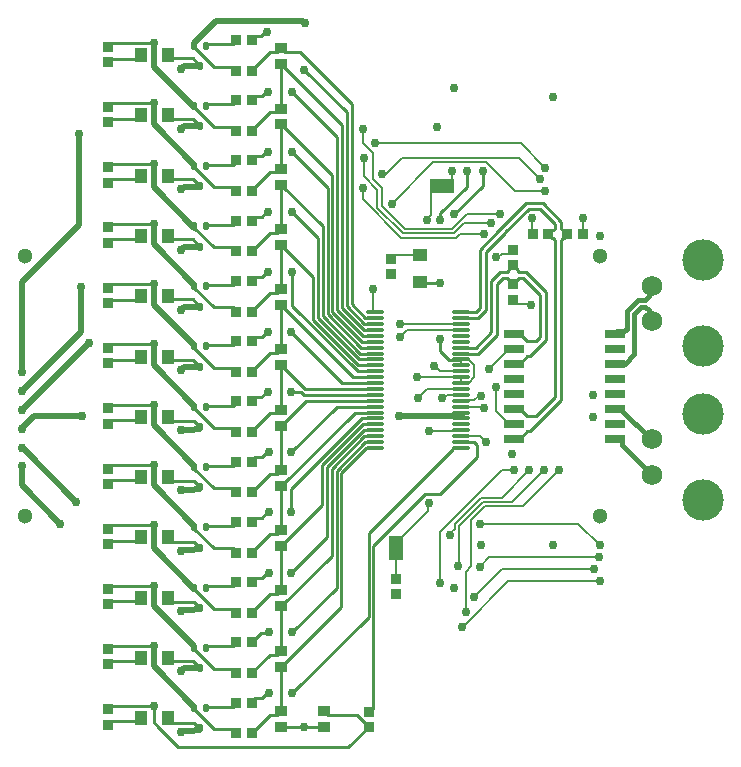
<source format=gtl>
%FSLAX23Y23*%
%MOIN*%
%SFA1B1*%

%IPPOS*%
%AMD26*
4,1,8,0.004900,0.014800,-0.004900,0.014800,-0.009800,0.009800,-0.009800,-0.009800,-0.004900,-0.014800,0.004900,-0.014800,0.009800,-0.009800,0.009800,0.009800,0.004900,0.014800,0.0*
1,1,0.009840,0.004900,0.009800*
1,1,0.009840,-0.004900,0.009800*
1,1,0.009840,-0.004900,-0.009800*
1,1,0.009840,0.004900,-0.009800*
%
%ADD16C,0.010000*%
%ADD17R,0.033470X0.037400*%
%ADD18R,0.037400X0.033470*%
%ADD19R,0.065750X0.029920*%
%ADD20R,0.080710X0.045280*%
%ADD21R,0.051180X0.043310*%
%ADD22O,0.062990X0.013390*%
%ADD23R,0.045280X0.080710*%
%ADD24R,0.039370X0.035430*%
%ADD25R,0.043310X0.051180*%
G04~CAMADD=26~8~0.0~0.0~196.8~295.3~49.2~0.0~15~0.0~0.0~0.0~0.0~0~0.0~0.0~0.0~0.0~0~0.0~0.0~0.0~0.0~196.8~295.3*
%ADD26D26*%
%ADD41C,0.008000*%
%ADD42C,0.020000*%
%ADD43C,0.015000*%
%ADD44C,0.051180*%
%ADD45C,0.137800*%
%ADD46C,0.068900*%
%ADD47C,0.030000*%
%LNbms-1*%
%LPD*%
G54D16*
X900Y2321D02*
Y2332D01*
Y1518D02*
Y1529D01*
Y313D02*
Y324D01*
X1124Y143D02*
X1125Y144D01*
X1123D02*
X1124Y143D01*
X900Y1920D02*
Y1930D01*
Y1117D02*
Y1127D01*
X706Y75D02*
X1272D01*
X639Y143D02*
X706Y75D01*
X639Y143D02*
Y143D01*
X624Y158D02*
X639Y143D01*
X1272Y75D02*
X1340Y143D01*
X759Y2414D02*
Y2419D01*
Y2410D02*
Y2414D01*
X1608Y1367D02*
X1647D01*
X1578Y1396D02*
X1608Y1367D01*
X1578Y1396D02*
Y1436D01*
X1821Y1682D02*
X1823D01*
X1819D02*
X1821D01*
X1869Y1380D02*
X1877D01*
X1869Y1428D02*
X1897D01*
X1911Y1442*
X1821Y1618D02*
X1823D01*
X1819D02*
X1821D01*
X2002Y1785D02*
Y1787D01*
Y1783D02*
Y1785D01*
X1868Y1130D02*
X1877D01*
X1868Y1178D02*
X1897D01*
X1961Y1242*
Y1765*
X1939Y1785D02*
Y1787D01*
Y1783D02*
Y1785D01*
X1868Y1178D02*
Y1178D01*
X1843Y1204D02*
X1868Y1178D01*
X1544Y919D02*
X1577D01*
X1701Y1043*
Y1082*
X1691Y1092D02*
X1701Y1082D01*
X1647Y1092D02*
X1691D01*
X1647Y1092D02*
X1647Y1092D01*
X1529Y919D02*
X1544D01*
X1329Y1506D02*
X1359D01*
X1283Y1552D02*
X1329Y1506D01*
X1283Y1552D02*
Y2219D01*
X1326Y1486D02*
X1359D01*
X1267Y1545D02*
X1326Y1486D01*
X1267Y1545D02*
Y2193D01*
X1324Y1466D02*
X1332D01*
X1251Y1539D02*
X1324Y1466D01*
X1251Y1539D02*
Y2150D01*
X1321Y1446D02*
X1332D01*
X1235Y1532D02*
X1321Y1446D01*
X1235Y1532D02*
Y2109D01*
X1318Y1427D02*
X1332D01*
X1219Y1525D02*
X1318Y1427D01*
X1219Y1525D02*
Y1981D01*
X1315Y1407D02*
X1332D01*
X1203Y1519D02*
X1315Y1407D01*
X1203Y1519D02*
Y1940D01*
X1312Y1387D02*
X1332D01*
X1187Y1512D02*
X1312Y1387D01*
X1187Y1512D02*
Y1812D01*
X1309Y1368D02*
X1332D01*
X1171Y1506D02*
X1309Y1368D01*
X1171Y1506D02*
Y1771D01*
X1306Y1348D02*
X1332D01*
X1155Y1499D02*
X1306Y1348D01*
X1155Y1499D02*
Y1644D01*
X1303Y1328D02*
X1332D01*
X1084Y1547D02*
X1303Y1328D01*
X1084Y1547D02*
Y1659D01*
X1669Y1944D02*
Y1996D01*
X1579Y1855D02*
X1669Y1944D01*
X1579Y1831D02*
Y1855D01*
X1217Y712D02*
Y1002D01*
X1323Y1131D02*
X1332D01*
X1185Y1016D02*
X1320Y1151D01*
X1049Y1750D02*
X1155Y1644D01*
X1779Y1660D02*
X1802D01*
X754Y1568D02*
X769Y1553D01*
X754Y1769D02*
X769Y1754D01*
X754Y2170D02*
X769Y2155D01*
X754Y2371D02*
X769Y2356D01*
X754Y1969D02*
X769Y1955D01*
X754Y1367D02*
X769Y1352D01*
X900Y715D02*
Y725D01*
X759Y1161D02*
X769Y1151D01*
X754Y363D02*
X769Y348D01*
X1004Y456D02*
X1007Y460D01*
X759Y961D02*
X769Y951D01*
X1002Y1059D02*
X1007D01*
X984Y1041D02*
X1002Y1059D01*
X962Y1041D02*
X984D01*
X1002Y858D02*
X1007D01*
X984Y840D02*
X1002Y858D01*
X962Y840D02*
X984D01*
X1000Y1259D02*
X1005D01*
X982Y1242D02*
X1000Y1259D01*
X1002Y255D02*
X1007D01*
X984Y238D02*
X1002Y255D01*
X962Y238D02*
X984D01*
X759Y760D02*
X769Y750D01*
X1825Y1454D02*
X1843D01*
X1869Y1428*
X1825Y1354D02*
X1843D01*
X1869Y1380*
X1877D02*
X1931Y1434D01*
X1788Y1640D02*
X1802D01*
X1808Y1670D02*
X1819Y1682D01*
X1808Y1665D02*
Y1670D01*
X1577Y1437D02*
X1578Y1436D01*
X1000Y1458D02*
X1005D01*
X984Y1442D02*
X1000Y1458D01*
X962Y1442D02*
X984D01*
X1000Y1659D02*
X1005D01*
X984Y1643D02*
X1000Y1659D01*
X962Y1643D02*
X984D01*
X998Y1858D02*
X1003D01*
X984Y1844D02*
X998Y1858D01*
X962Y1844D02*
X984D01*
X998Y2059D02*
X1003D01*
X984Y2045D02*
X998Y2059D01*
X962Y2045D02*
X984D01*
X759Y559D02*
X769Y549D01*
X998Y2259D02*
X1003D01*
X984Y2245D02*
X998Y2259D01*
X962Y2245D02*
X984D01*
X1002Y657D02*
X1007D01*
X984Y639D02*
X1002Y657D01*
X962Y639D02*
X984D01*
X759Y157D02*
X769Y147D01*
X1048Y144D02*
X1123D01*
X1125D02*
X1190D01*
X1201Y1009D02*
X1323Y1131D01*
X1201Y776D02*
Y1009D01*
X1082Y657D02*
X1201Y776D01*
X1049Y746D02*
X1185Y881D01*
Y1016*
X1049Y1549D02*
X1289Y1309D01*
X1332*
X1359Y1506D02*
X1360Y1505D01*
X1697Y1525D02*
X1712Y1540D01*
X1647Y1505D02*
X1705D01*
X1647Y1525D02*
X1647Y1525D01*
X1049Y2151D02*
X1219Y1981D01*
X1049Y2352D02*
X1251Y2150D01*
X1110Y2392D02*
X1283Y2219D01*
X1359Y1486D02*
X1360Y1486D01*
X1125Y2334D02*
X1267Y2193D01*
X1250Y1289D02*
X1332D01*
X1047Y1401D02*
Y1549D01*
X950Y1431D02*
X962Y1442D01*
X759Y2410D02*
X824Y2344D01*
X1510Y1626D02*
X1513Y1624D01*
X1578*
X1625Y1851D02*
X1722Y1947D01*
Y1995*
X1748Y1458D02*
Y1628D01*
X1647Y1407D02*
X1697D01*
X1768Y1450D02*
Y1620D01*
X1788Y1640*
X1825Y1204D02*
X1843D01*
X1825Y1104D02*
X1843D01*
X1981Y1234D02*
Y1765D01*
X1920Y1888D02*
X1981Y1827D01*
X1865Y1888D02*
X1920D01*
X1776Y1798D02*
Y1800D01*
X1712Y1734D02*
X1776Y1798D01*
Y1800D02*
X1865Y1888D01*
X1873Y1868D02*
X1912D01*
X1961Y1819*
X1732Y1725D02*
X1796Y1790D01*
Y1791D02*
X1873Y1868D01*
X1705Y1505D02*
X1732Y1532D01*
X1835Y1634D02*
X1841Y1640D01*
X1835Y1629D02*
Y1634D01*
X1823Y1618D02*
X1835Y1629D01*
X1808D02*
Y1634D01*
X1841Y1640D02*
X1855D01*
X1911Y1584*
Y1442D02*
Y1584D01*
X1808Y1629D02*
X1819Y1618D01*
X1647Y1387D02*
X1706D01*
X1768Y1450*
X1802Y1640D02*
X1808Y1634D01*
X1823Y1682D02*
X1835Y1670D01*
X1697Y1407D02*
X1748Y1458D01*
X1835Y1665D02*
Y1670D01*
X1863Y1660D02*
X1931Y1592D01*
X1835Y1665D02*
X1841Y1660D01*
X1931Y1434D02*
Y1592D01*
X1841Y1660D02*
X1863D01*
X1802D02*
X1808Y1665D01*
X1647Y1407D02*
X1647Y1407D01*
X1748Y1628D02*
X1779Y1660D01*
X1356Y206D02*
Y746D01*
X1047Y143D02*
X1048Y144D01*
X1356Y746D02*
X1529Y919D01*
X1877Y1130D02*
X1981Y1234D01*
X1342Y194D02*
X1344D01*
X1356Y206*
X1843Y1104D02*
X1868Y1130D01*
X1961Y1804D02*
Y1819D01*
X1732Y1532D02*
Y1725D01*
X1647Y1525D02*
X1697D01*
X1712Y1540D02*
Y1734D01*
X1991Y1771D02*
X2002Y1783D01*
X1987Y1771D02*
X1991D01*
X1981Y1765D02*
X1987Y1771D01*
X1955D02*
X1961Y1765D01*
X1951Y1771D02*
X1955D01*
X1939Y1783D02*
X1951Y1771D01*
X1939Y1787D02*
X1951Y1799D01*
X1955*
X1961Y1804*
X1796Y1790D02*
Y1791D01*
X1991Y1799D02*
X2002Y1787D01*
X1987Y1799D02*
X1991D01*
X1981Y1804D02*
X1987Y1799D01*
X1981Y1804D02*
Y1827D01*
X887Y336D02*
X900Y324D01*
X759Y201D02*
X824Y135D01*
X1132Y1230D02*
X1332D01*
X1049Y1147D02*
X1132Y1230D01*
X1086Y255D02*
X1340Y509D01*
Y790D02*
X1620Y1070D01*
X1340Y509D02*
Y790D01*
X1620Y1092D02*
X1647D01*
X994Y2460D02*
X1000D01*
X980Y2446D02*
X994Y2460D01*
X962Y2446D02*
X980D01*
X1060Y2392D02*
X1110D01*
X1047Y2405D02*
X1060Y2392D01*
X950Y2435D02*
X962Y2446D01*
X950Y2433D02*
Y2435D01*
X1115Y1259D02*
X1125Y1250D01*
X1080Y1458D02*
X1250Y1289D01*
X1082Y1259D02*
X1115D01*
X1084Y1858D02*
X1171Y1771D01*
X1082Y858D02*
Y935D01*
X1234Y1210D02*
X1332D01*
X1125Y1250D02*
X1332D01*
X1082Y1059D02*
X1234Y1210D01*
X1082Y935D02*
X1317Y1171D01*
X1332*
X1249Y989D02*
X1332Y1072D01*
X1049Y344D02*
X1249Y544D01*
X1084Y2259D02*
X1235Y2109D01*
X1047Y2352D02*
X1049D01*
X1047Y2151D02*
X1049D01*
X1047Y2204D02*
Y2352D01*
X1084Y2059D02*
X1203Y1940D01*
X1047Y1750D02*
X1049D01*
Y1950D02*
X1187Y1812D01*
X1047Y1950D02*
X1049D01*
X1047Y1549D02*
X1049D01*
X1128Y1269D02*
X1332D01*
X1049Y1348D02*
X1128Y1269D01*
X1047Y1348D02*
X1049D01*
X1010Y184D02*
X1034D01*
X1010Y384D02*
X1034D01*
X1217Y1002D02*
X1326Y1112D01*
X1010Y585D02*
X1034D01*
X1010Y786D02*
X1034D01*
X1010Y987D02*
X1034D01*
X1010Y2392D02*
X1034D01*
X1010Y2192D02*
X1034D01*
X1010Y1991D02*
X1034D01*
X1010Y1790D02*
X1034D01*
X1010Y1589D02*
X1034D01*
X1010Y1388D02*
X1034D01*
X1010Y1188D02*
X1034D01*
X951Y1128D02*
X1010Y1188D01*
X1047Y1147D02*
X1049D01*
X1047Y946D02*
X1049D01*
X1293Y1190*
X1332*
X1047Y746D02*
X1049D01*
X1326Y1112D02*
X1332D01*
X1320Y1151D02*
X1332D01*
X1047Y545D02*
X1049D01*
X1217Y712*
X1233Y996D02*
X1329Y1092D01*
X1233Y607D02*
Y996D01*
X1329Y1092D02*
X1332D01*
X1086Y460D02*
X1233Y607D01*
X1047Y344D02*
X1049D01*
X1249Y544D02*
Y989D01*
X1047Y799D02*
Y946D01*
X950Y828D02*
X962Y840D01*
X950Y826D02*
Y828D01*
X1047Y397D02*
Y545D01*
X980Y456D02*
X1004D01*
X950Y425D02*
Y427D01*
X980Y456*
X950Y2234D02*
X962Y2245D01*
X950Y2232D02*
Y2234D01*
Y2033D02*
X962Y2045D01*
X950Y2031D02*
Y2033D01*
Y1832D02*
X962Y1844D01*
X950Y1830D02*
Y1832D01*
X1047Y1602D02*
Y1750D01*
X950Y1631D02*
X962Y1643D01*
X950Y1629D02*
Y1631D01*
Y1429D02*
Y1431D01*
X962Y1242D02*
X982D01*
X950Y1230D02*
X962Y1242D01*
X950Y1228D02*
Y1230D01*
Y1029D02*
X962Y1041D01*
X950Y1027D02*
Y1029D01*
Y627D02*
X962Y639D01*
X950Y625D02*
Y627D01*
X1034Y585D02*
X1047Y598D01*
X951Y526D02*
X1010Y585D01*
X1034Y384D02*
X1047Y397D01*
X951Y325D02*
X1010Y384D01*
X798Y407D02*
X803Y411D01*
X887*
X900Y423*
Y432*
X472Y402D02*
X484Y414D01*
X624*
X671Y374D02*
X682Y363D01*
X754*
X824Y336D02*
X887D01*
X759Y402D02*
X824Y336D01*
X759Y402D02*
Y407D01*
X472Y351D02*
X484Y363D01*
X570*
X581Y374*
X759Y2209D02*
X824Y2143D01*
X887Y537D02*
X900Y525D01*
X759Y201D02*
Y206D01*
X682Y1367D02*
X754D01*
X671Y1377D02*
X682Y1367D01*
X950Y226D02*
X962Y238D01*
X950Y224D02*
Y226D01*
X1340Y143D02*
X1342D01*
X1205Y183D02*
X1301D01*
X1340Y143*
X1192Y195D02*
X1205Y183D01*
X624Y158D02*
Y213D01*
X1190Y144D02*
X1192Y142D01*
X1047Y2003D02*
Y2151D01*
Y1803D02*
Y1950D01*
Y1200D02*
Y1348D01*
Y1000D02*
Y1147D01*
Y598D02*
Y746D01*
Y196D02*
Y344D01*
X472Y2008D02*
X484Y2020D01*
X472Y804D02*
X484Y815D01*
X887Y1541D02*
X900Y1529D01*
X887Y1340D02*
X900Y1328D01*
X887Y1942D02*
X900Y1930D01*
X887Y938D02*
X900Y926D01*
X759Y803D02*
X824Y738D01*
X1034Y2392D02*
X1047Y2405D01*
X951Y2333D02*
X1010Y2392D01*
X887Y2344D02*
X900Y2332D01*
X824Y2344D02*
X887D01*
X570Y2370D02*
X581Y2381D01*
X484Y2370D02*
X570D01*
X472Y2359D02*
X484Y2370D01*
X682Y2371D02*
X754D01*
X671Y2381D02*
X682Y2371D01*
X484Y2422D02*
X624D01*
X472Y2410D02*
X484Y2422D01*
X900Y2431D02*
Y2439D01*
X887Y2419D02*
X900Y2431D01*
X803Y2419D02*
X887D01*
X798Y2414D02*
X803Y2419D01*
X1034Y2192D02*
X1047Y2204D01*
X951Y2132D02*
X1010Y2192D01*
X887Y2143D02*
X900Y2131D01*
X824Y2143D02*
X887D01*
X570Y2170D02*
X581Y2181D01*
X484Y2170D02*
X570D01*
X472Y2158D02*
X484Y2170D01*
X682Y2170D02*
X754D01*
X671Y2181D02*
X682Y2170D01*
X472Y2209D02*
X484Y2221D01*
X624*
X887Y2218D02*
X900Y2230D01*
X798Y2214D02*
X803Y2218D01*
X900Y2230D02*
Y2239D01*
X803Y2218D02*
X887D01*
X1034Y1991D02*
X1047Y2003D01*
X951Y1931D02*
X1010Y1991D01*
X759Y2008D02*
Y2013D01*
Y2008D02*
X824Y1942D01*
X887*
X570Y1969D02*
X581Y1980D01*
X484Y1969D02*
X570D01*
X472Y1957D02*
X484Y1969D01*
X682Y1969D02*
X754D01*
X671Y1980D02*
X682Y1969D01*
X484Y2020D02*
X624D01*
X900Y2029D02*
Y2038D01*
X887Y2017D02*
X900Y2029D01*
X803Y2017D02*
X887D01*
X798Y2013D02*
X803Y2017D01*
X1034Y1790D02*
X1047Y1803D01*
X951Y1730D02*
X1010Y1790D01*
X887Y1742D02*
X900Y1729D01*
X759Y1807D02*
X824Y1742D01*
X887*
X570Y1768D02*
X581Y1779D01*
X484Y1768D02*
X570D01*
X472Y1756D02*
X484Y1768D01*
X682Y1769D02*
X754D01*
X671Y1779D02*
X682Y1769D01*
X472Y1808D02*
X484Y1819D01*
X624*
X900Y1829D02*
Y1837D01*
X798Y1812D02*
X803Y1817D01*
X887D02*
X900Y1829D01*
X803Y1817D02*
X887D01*
X1034Y1589D02*
X1047Y1602D01*
X951Y1529D02*
X1010Y1589D01*
X759Y1606D02*
Y1611D01*
X824Y1541D02*
X887D01*
X759Y1606D02*
X824Y1541D01*
X570Y1567D02*
X581Y1578D01*
X484Y1567D02*
X570D01*
X472Y1556D02*
X484Y1567D01*
X682Y1568D02*
X754D01*
X671Y1578D02*
X682Y1568D01*
X472Y1607D02*
X484Y1618D01*
X624*
X803Y1616D02*
X887D01*
X900Y1628D02*
Y1636D01*
X887Y1616D02*
X900Y1628D01*
X798Y1611D02*
X803Y1616D01*
X1034Y1388D02*
X1047Y1401D01*
X951Y1329D02*
X1010Y1388D01*
X759Y1406D02*
Y1411D01*
Y1406D02*
X824Y1340D01*
X887*
X570Y1367D02*
X581Y1377D01*
X484Y1367D02*
X570D01*
X472Y1355D02*
X484Y1367D01*
X472Y1406D02*
X484Y1418D01*
X624*
X900Y1427D02*
Y1436D01*
X887Y1415D02*
X900Y1427D01*
X803Y1415D02*
X887D01*
X798Y1411D02*
X803Y1415D01*
X1034Y1188D02*
X1047Y1200D01*
X759Y1205D02*
Y1210D01*
Y1205D02*
X824Y1139D01*
X887*
X900Y1127*
X570Y1166D02*
X581Y1177D01*
X484Y1166D02*
X570D01*
X472Y1154D02*
X484Y1166D01*
X671Y1177D02*
X686Y1161D01*
X759*
X472Y1205D02*
X484Y1217D01*
X624*
X900Y1226D02*
Y1235D01*
X803Y1214D02*
X887D01*
X900Y1226*
X798Y1210D02*
X803Y1214D01*
X1034Y987D02*
X1047Y1000D01*
X951Y927D02*
X1010Y987D01*
X759Y1004D02*
Y1009D01*
Y1004D02*
X824Y938D01*
X887*
X570Y965D02*
X581Y976D01*
X484Y965D02*
X570D01*
X472Y953D02*
X484Y965D01*
X686Y961D02*
X759D01*
X671Y976D02*
X686Y961D01*
X484Y1016D02*
X624D01*
X472Y1004D02*
X484Y1016D01*
X900Y1026D02*
Y1034D01*
X887Y1013D02*
X900Y1026D01*
X803Y1013D02*
X887D01*
X798Y1009D02*
X803Y1013D01*
X1034Y786D02*
X1047Y799D01*
X951Y726D02*
X1010Y786D01*
X759Y803D02*
Y808D01*
X824Y738D02*
X887D01*
X900Y725*
X570Y764D02*
X581Y775D01*
X484Y764D02*
X570D01*
X472Y752D02*
X484Y764D01*
X686Y760D02*
X759D01*
X671Y775D02*
X686Y760D01*
X484Y815D02*
X624D01*
X900Y825D02*
Y833D01*
X887Y813D02*
X900Y825D01*
X798Y808D02*
X803Y813D01*
X887*
X759Y602D02*
X824Y537D01*
X887*
X570Y563D02*
X581Y574D01*
X484Y563D02*
X570D01*
X472Y552D02*
X484Y563D01*
X686Y559D02*
X759D01*
X671Y574D02*
X686Y559D01*
X472Y603D02*
X484Y614D01*
X624*
X900Y624D02*
Y632D01*
X887Y612D02*
X900Y624D01*
X798Y607D02*
X803Y612D01*
X887*
X1034Y184D02*
X1047Y196D01*
X951Y124D02*
X1010Y184D01*
X824Y135D02*
X887D01*
X900Y123*
X798Y206D02*
X803Y210D01*
X887*
X900Y222*
Y231*
X472Y201D02*
X484Y213D01*
X624*
X472Y150D02*
X484Y162D01*
X570*
X581Y173*
X686Y157D02*
X759D01*
X671Y173D02*
X686Y157D01*
G54D17*
X2002Y1785D03*
X2054D03*
X1939D03*
X1888D03*
X899Y2433D03*
X950D03*
X899Y2330D03*
X950D03*
X899Y2232D03*
X950D03*
X899Y2129D03*
X950D03*
X899Y2031D03*
X950D03*
X899Y1929D03*
X950D03*
X899Y1830D03*
X950D03*
X899Y1728D03*
X950D03*
X899Y1629D03*
X950D03*
X899Y1527D03*
X950D03*
X899Y1429D03*
X950D03*
X899Y1326D03*
X950D03*
X899Y1125D03*
X950D03*
X899Y1228D03*
X950D03*
X899Y1027D03*
X950D03*
X899Y925D03*
X950D03*
X899Y826D03*
X950D03*
X899Y724D03*
X950D03*
X899Y625D03*
X950D03*
X899Y523D03*
X950D03*
X899Y425D03*
X950D03*
X899Y322D03*
X950D03*
X899Y224D03*
X950D03*
X899Y122D03*
X950D03*
G54D18*
X1821Y1682D03*
Y1733D03*
Y1618D03*
Y1566D03*
X1415Y1652D03*
Y1703D03*
X1432Y586D03*
Y637D03*
X1342Y143D03*
Y194D03*
X472Y201D03*
Y150D03*
Y402D03*
Y351D03*
Y603D03*
Y552D03*
Y804D03*
Y752D03*
Y1004D03*
Y953D03*
Y1205D03*
Y1154D03*
Y1406D03*
Y1355D03*
Y1607D03*
Y1556D03*
Y1808D03*
Y1756D03*
Y2008D03*
Y1957D03*
Y2209D03*
Y2158D03*
Y2410D03*
Y2359D03*
G54D19*
X1825Y1204D03*
Y1454D03*
X2161D03*
X1825Y1104D03*
Y1154D03*
Y1254D03*
Y1304D03*
Y1354D03*
Y1404D03*
X2161D03*
Y1354D03*
Y1304D03*
Y1254D03*
Y1204D03*
Y1154D03*
Y1104D03*
G54D20*
X1584Y1945D03*
G54D21*
X1510Y1717D03*
Y1626D03*
G54D22*
X1647Y1407D03*
X1360Y1525D03*
Y1505D03*
Y1486D03*
Y1466D03*
Y1446D03*
Y1427D03*
Y1407D03*
Y1387D03*
Y1368D03*
Y1348D03*
Y1328D03*
Y1309D03*
Y1289D03*
Y1269D03*
Y1250D03*
Y1230D03*
Y1210D03*
Y1190D03*
Y1171D03*
Y1151D03*
Y1131D03*
Y1112D03*
Y1092D03*
Y1072D03*
X1647Y1525D03*
Y1505D03*
Y1486D03*
Y1466D03*
Y1446D03*
Y1427D03*
Y1387D03*
Y1368D03*
Y1348D03*
Y1328D03*
Y1309D03*
Y1289D03*
Y1269D03*
Y1250D03*
Y1230D03*
Y1210D03*
Y1190D03*
Y1171D03*
Y1151D03*
Y1131D03*
Y1112D03*
Y1092D03*
Y1072D03*
G54D23*
X1431Y740D03*
G54D24*
X1192Y195D03*
Y142D03*
X1047Y143D03*
Y196D03*
Y344D03*
Y397D03*
Y545D03*
Y598D03*
Y746D03*
Y799D03*
Y946D03*
Y1000D03*
Y1147D03*
Y1200D03*
Y1348D03*
Y1401D03*
Y1549D03*
Y1602D03*
Y1750D03*
Y1803D03*
Y1950D03*
Y2003D03*
Y2151D03*
Y2204D03*
Y2352D03*
Y2405D03*
G54D25*
X581Y2381D03*
X671D03*
X581Y2181D03*
X671D03*
X581Y1980D03*
X671D03*
X581Y1779D03*
X671D03*
X581Y1578D03*
X671D03*
X581Y1377D03*
X671D03*
X581Y1177D03*
X671D03*
X581Y976D03*
X671D03*
X581Y775D03*
X671D03*
X581Y574D03*
X671D03*
X581Y374D03*
X671D03*
X581Y173D03*
X671D03*
G54D26*
X779Y2346D03*
X759Y2414D03*
X798D03*
X779Y2146D03*
X759Y2214D03*
X798D03*
X779Y1945D03*
X759Y2013D03*
X798D03*
X779Y1744D03*
X759Y1812D03*
X798D03*
X779Y1543D03*
X759Y1611D03*
X798D03*
X779Y1342D03*
X759Y1411D03*
X798D03*
X779Y1142D03*
X759Y1210D03*
X798D03*
X779Y941D03*
X759Y1009D03*
X798D03*
X779Y740D03*
X759Y808D03*
X798D03*
X779Y539D03*
X759Y607D03*
X798D03*
X779Y338D03*
X759Y407D03*
X798D03*
X779Y138D03*
X759Y206D03*
X798D03*
G54D41*
X1786Y999D02*
X1825D01*
X1785Y668D02*
X2092D01*
X1385Y1986D02*
X1397D01*
X1451Y2040*
X1361Y2089D02*
X1847D01*
X1929Y2007*
X1353Y1969D02*
Y2056D01*
X1321Y2088D02*
X1353Y2056D01*
X1321Y2088D02*
Y2135D01*
X1383Y1880D02*
Y1939D01*
X1353Y1969D02*
X1383Y1939D01*
X1323Y1979D02*
X1369Y1933D01*
X1323Y1979D02*
Y2038D01*
X1369Y1874D02*
Y1933D01*
X1320Y1903D02*
X1449Y1774D01*
X1320Y1903D02*
Y1940D01*
X1647Y1367D02*
Y1368D01*
Y1348D02*
Y1367D01*
Y1290D02*
X1673D01*
X1765Y1708D02*
X1771D01*
X1538Y885D02*
X1542Y889D01*
X1538Y864D02*
Y885D01*
X1721Y1209D02*
X1723Y1207D01*
X1585Y1238D02*
X1591D01*
X1540Y1128D02*
X1542Y1130D01*
X1535Y1831D02*
Y1837D01*
X1548Y1850*
X1619Y1945D02*
Y1997D01*
X1641Y812D02*
X1722Y893D01*
X1818D02*
X1924Y999D01*
X1722Y893D02*
X1818D01*
X1455Y1788D02*
X1624D01*
X1369Y1874D02*
X1455Y1788D01*
X1461Y1802D02*
X1618D01*
X1451Y2040D02*
X1840D01*
X1657Y1821D02*
X1749D01*
X1691Y1231D02*
X1708Y1247D01*
X1627Y818D02*
X1716Y907D01*
X1783*
X1875Y999*
X1681Y832D02*
X1728Y879D01*
X1854D02*
X1973Y999D01*
X1641Y679D02*
Y812D01*
X1383Y1880D02*
X1461Y1802D01*
X1742Y709D02*
X2109D01*
X1415Y1703D02*
X1428Y1716D01*
X1509*
X1510Y1717*
X1548Y1927D02*
X1566Y1945D01*
X1542Y1130D02*
X1646D01*
X1647Y1131*
X1502Y1309D02*
X1647D01*
X1557Y1346D02*
X1559D01*
X1536Y1269D02*
X1647D01*
X1591Y1238D02*
X1602Y1250D01*
X1647*
X1577Y1328D02*
X1647D01*
X1559Y1346D02*
X1577Y1328D01*
X1691Y1308D02*
Y1349D01*
X1618Y1802D02*
X1668Y1852D01*
X1631Y1774D02*
X1643Y1787D01*
X1449Y1774D02*
X1631D01*
X1566Y1945D02*
X1619D01*
X1548Y1850D02*
Y1927D01*
X1668Y1852D02*
X1778D01*
X1624Y1788D02*
X1657Y1821D01*
X1643Y1787D02*
X1723D01*
X1829Y1929D02*
X1929D01*
X1555Y2026D02*
X1732D01*
X1829Y1929*
X1417Y1887D02*
X1555Y2026D01*
X1840Y2040D02*
X1911Y1968D01*
X1647Y1210D02*
X1648Y1209D01*
X1765Y1196D02*
Y1277D01*
Y1196D02*
X1807Y1154D01*
X1648Y1209D02*
X1721D01*
X1681Y679D02*
Y832D01*
X1663Y660D02*
X1681Y679D01*
X1663Y526D02*
Y660D01*
X1692Y575D02*
X1785Y668D01*
X1710Y677D02*
X1742Y709D01*
X1728Y879D02*
X1854D01*
X1648Y1231D02*
X1691D01*
X1708Y1247D02*
X1713D01*
X1807Y1404D02*
X1825D01*
X1354Y1527D02*
X1360D01*
X1353Y1528D02*
Y1603D01*
Y1528D02*
X1354Y1527D01*
X1885Y1788D02*
X1888Y1785D01*
X1885Y1788D02*
Y1838D01*
X1740Y1337D02*
X1807Y1404D01*
X1740Y1336D02*
Y1337D01*
X1807Y1154D02*
X1825D01*
X1647Y1230D02*
X1648Y1231D01*
X1647Y1290D02*
Y1309D01*
X1673Y1290D02*
X1691Y1308D01*
X1672Y1368D02*
X1691Y1349D01*
X1647Y1368D02*
X1672D01*
X1444Y1486D02*
X1647D01*
X1445Y1443D02*
X1468Y1466D01*
X1647*
X1431Y638D02*
X1432Y637D01*
X1431Y638D02*
Y757D01*
X1538Y864*
X1578Y791D02*
X1786Y999D01*
X1612Y789D02*
X1627Y804D01*
X1612Y783D02*
Y789D01*
X1627Y804D02*
Y818D01*
X1578Y624D02*
Y791D01*
X1505Y1238D02*
X1536Y1269D01*
X2039Y820D02*
X2111Y749D01*
X1710Y820D02*
X2039D01*
X1639Y678D02*
X1641Y679D01*
X1651Y475D02*
X1653D01*
X1806Y628*
X1711Y1112D02*
X1732Y1091D01*
X1647Y1112D02*
X1711D01*
X1806Y628D02*
X2110D01*
X1771Y1708D02*
X1783Y1720D01*
X2054Y1785D02*
Y1838D01*
X1877Y1554D02*
X1881Y1550D01*
X1834Y1554D02*
X1877D01*
X1821Y1566D02*
X1834Y1554D01*
X1809Y1720D02*
X1821Y1733D01*
X1783Y1720D02*
X1809D01*
G54D42*
X1442Y1178D02*
X1652D01*
X225Y1178D02*
X384D01*
X188Y1141D02*
X225Y1178D01*
X188Y1139D02*
Y1141D01*
Y1139D02*
X189Y1137D01*
X374Y1816D02*
Y2118D01*
X381Y1460D02*
Y1610D01*
X188Y1267D02*
X381Y1460D01*
X404Y1418D02*
X406Y1416D01*
X189Y1203D02*
X404Y1418D01*
X364Y893D02*
Y894D01*
X185Y1007D02*
X189Y1011D01*
X624Y1942D02*
X759Y1807D01*
X185Y948D02*
Y1007D01*
Y948D02*
X312Y820D01*
X713Y1533D02*
X715D01*
X713Y1734D02*
X715D01*
X713Y2135D02*
X715D01*
X713Y2336D02*
X715D01*
X713Y1935D02*
X715D01*
X713Y1332D02*
X715D01*
X713Y1131D02*
X714Y1133D01*
X757*
X713Y328D02*
X715D01*
X713Y931D02*
X714Y933D01*
X757*
X713Y730D02*
X714Y732D01*
X757*
X713Y529D02*
X714Y531D01*
X757*
X189Y1201D02*
Y1203D01*
X713Y127D02*
X714Y129D01*
X757*
X778Y133D02*
X779Y133D01*
X778Y535D02*
X779Y535D01*
Y735D02*
Y740D01*
Y936D02*
Y941D01*
X778Y1137D02*
X779Y1137D01*
Y1543D02*
Y1543D01*
Y1744D02*
Y1744D01*
Y2145D02*
Y2146D01*
Y2346D02*
Y2346D01*
Y1944D02*
Y1945D01*
Y1342D02*
Y1342D01*
Y338D02*
Y338D01*
X1126Y2490D02*
X1128D01*
X1121Y2495D02*
X1126Y2490D01*
X830Y2495D02*
X1121D01*
X759Y2424D02*
X830Y2495D01*
X759Y2419D02*
Y2424D01*
X1440Y1180D02*
X1442Y1178D01*
X187Y1071D02*
X364Y894D01*
X187Y1071D02*
Y1072D01*
X189Y1074*
X624Y345D02*
X759Y210D01*
X725Y338D02*
X778D01*
X715Y328D02*
X725Y338D01*
X778D02*
X779Y338D01*
X759Y407D02*
Y411D01*
X624Y2344D02*
X759Y2209D01*
X624Y2344D02*
Y2422D01*
Y738D02*
X759Y602D01*
X624Y738D02*
Y815D01*
Y345D02*
Y414D01*
X759Y206D02*
Y210D01*
X624Y546D02*
X759Y411D01*
X624Y546D02*
Y614D01*
Y948D02*
Y1016D01*
Y948D02*
X759Y813D01*
Y808D02*
Y813D01*
X624Y1349D02*
Y1418D01*
Y1349D02*
X759Y1214D01*
Y1210D02*
Y1214D01*
X624Y1149D02*
X759Y1014D01*
X624Y1149D02*
Y1217D01*
X759Y1009D02*
Y1014D01*
X715Y1332D02*
X725Y1342D01*
X778D02*
X779Y1342D01*
X725Y1342D02*
X778D01*
X624Y1550D02*
X759Y1415D01*
X624Y1550D02*
Y1618D01*
X759Y1411D02*
Y1415D01*
X624Y1751D02*
Y1819D01*
Y1751D02*
X759Y1616D01*
Y1611D02*
Y1616D01*
X624Y1942D02*
Y2020D01*
Y2153D02*
Y2221D01*
Y2153D02*
X759Y2017D01*
Y2013D02*
Y2017D01*
X715Y1935D02*
X725Y1944D01*
X778*
X779Y1944*
X185Y1627D02*
X374Y1816D01*
X188Y1265D02*
Y1267D01*
X185Y1331D02*
Y1627D01*
Y1331D02*
X189Y1326D01*
X189Y1201D02*
X189Y1200D01*
X778Y2346D02*
X779Y2346D01*
X725Y2346D02*
X778D01*
X715Y2336D02*
X725Y2346D01*
Y2145D02*
X778D01*
X715Y2135D02*
X725Y2145D01*
X778D02*
X779Y2145D01*
X778Y1744D02*
X779Y1744D01*
X725Y1744D02*
X778D01*
X715Y1734D02*
X725Y1744D01*
X778Y1543D02*
X779Y1543D01*
X725Y1543D02*
X778D01*
X715Y1533D02*
X725Y1543D01*
X779Y1137D02*
Y1142D01*
X761Y1137D02*
X778D01*
X757Y1133D02*
X761Y1137D01*
X778Y936D02*
X779Y936D01*
X761Y936D02*
X778D01*
X757Y933D02*
X761Y936D01*
Y735D02*
X778D01*
X779Y735*
X757Y732D02*
X761Y735D01*
Y535D02*
X778D01*
X757Y531D02*
X761Y535D01*
X779Y535D02*
Y539D01*
Y133D02*
Y138D01*
X757Y129D02*
X761Y133D01*
X778*
G54D43*
X2226Y1387D02*
Y1519D01*
X2193Y1354D02*
X2226Y1387D01*
X2161Y1354D02*
X2193D01*
X2161Y1104D02*
X2178D01*
X2186Y1097*
X2281Y1102D02*
X2283D01*
X2186Y1081D02*
Y1097D01*
X2161Y1204D02*
X2178D01*
X2186Y1081D02*
X2283Y984D01*
X2178Y1204D02*
X2281Y1102D01*
X2161Y1454D02*
X2168Y1461D01*
X2192*
X2201Y1470*
Y1530*
X2239Y1567*
X2261*
X2273Y1578*
Y1603*
X2283Y1614*
X2226Y1519D02*
X2249Y1542D01*
X2261*
X2273Y1531*
Y1506D02*
Y1531D01*
Y1506D02*
X2283Y1496D01*
G54D44*
X2110Y846D03*
Y1712D03*
X196Y846D03*
Y1712D03*
G54D45*
X2453Y1187D03*
Y899D03*
Y1698D03*
Y1411D03*
G54D46*
X2283Y984D03*
Y1102D03*
Y1496D03*
Y1614D03*
G54D47*
X1825Y999D03*
X1819Y1051D03*
X384Y1178D03*
X185Y1137D03*
Y1263D03*
Y1200D03*
Y1326D03*
Y1011D03*
Y1074D03*
X1692Y575D03*
X1385Y1986D03*
X1361Y2089D03*
X1321Y2135D03*
X1323Y2038D03*
X1320Y1940D03*
X1084Y1659D03*
X1765Y1708D03*
X1881Y1550D03*
X1973Y999D03*
X1924D03*
X1080Y1458D03*
X1005D03*
X2109Y709D03*
X2054Y1838D03*
X1885D03*
X1625Y607D03*
X1956Y748D03*
X1716Y750D03*
X1955Y2243D03*
X1626Y2272D03*
X1567Y2143D03*
X2112Y1779D03*
X2089Y1177D03*
X2088Y1248D03*
X1578Y1624D03*
X1540Y1128D03*
X1502Y1309D03*
X1557Y1346D03*
X1585Y1238D03*
X1577Y1437D03*
X1579Y1831D03*
X1535D03*
X1625Y1851D03*
X1722Y1995D03*
X1669Y1996D03*
X1619Y1997D03*
X1723Y1207D03*
X1875Y999D03*
X1710Y677D03*
X1713Y1247D03*
X1765Y1277D03*
X1740Y1336D03*
X1911Y1968D03*
X1417Y1887D03*
X1929Y2007D03*
Y1929D03*
X1353Y1603D03*
X1778Y1852D03*
X1723Y1787D03*
X1749Y1821D03*
X1444Y1486D03*
X1445Y1443D03*
X1542Y889D03*
X1440Y1180D03*
X1732Y1091D03*
X1505Y1238D03*
X1128Y2490D03*
X1578Y624D03*
X1612Y783D03*
X1639Y678D03*
X1663Y526D03*
X1710Y820D03*
X2092Y668D03*
X2111Y749D03*
X2110Y628D03*
X1651Y475D03*
X1124Y144D03*
X364Y893D03*
X312Y820D03*
X1125Y2334D03*
X1000Y2460D03*
X1082Y1259D03*
Y858D03*
X1084Y1858D03*
X1082Y657D03*
Y1059D03*
X1007Y858D03*
Y460D03*
X1084Y2259D03*
X1003D03*
X1084Y2059D03*
X1003D03*
Y1858D03*
X1005Y1659D03*
Y1259D03*
X1007Y1059D03*
Y657D03*
X1086Y460D03*
X624Y414D03*
X713Y328D03*
Y1332D03*
X1086Y255D03*
X1007D03*
X713Y1935D03*
X374Y2118D03*
X381Y1610D03*
X409Y1421D03*
X713Y2336D03*
X624Y2422D03*
X713Y2135D03*
X624Y2221D03*
Y2020D03*
X713Y1734D03*
X624Y1819D03*
X713Y1533D03*
X624Y1618D03*
Y1418D03*
X713Y1131D03*
X624Y1217D03*
X713Y931D03*
X624Y1016D03*
X713Y730D03*
X624Y815D03*
X713Y529D03*
X624Y614D03*
X713Y127D03*
X624Y213D03*
M02*
</source>
